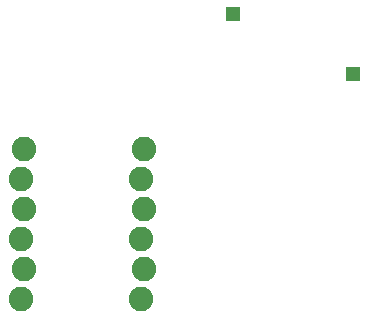
<source format=gbs>
G75*
G70*
%OFA0B0*%
%FSLAX24Y24*%
%IPPOS*%
%LPD*%
%AMOC8*
5,1,8,0,0,1.08239X$1,22.5*
%
%ADD10C,0.0820*%
%ADD11R,0.0476X0.0476*%
D10*
X001000Y001650D03*
X001100Y002650D03*
X001000Y003650D03*
X001100Y004650D03*
X001000Y005650D03*
X001100Y006650D03*
X005000Y005650D03*
X005100Y004650D03*
X005000Y003650D03*
X005100Y002650D03*
X005000Y001650D03*
X005100Y006650D03*
D11*
X008050Y011150D03*
X012050Y009150D03*
M02*

</source>
